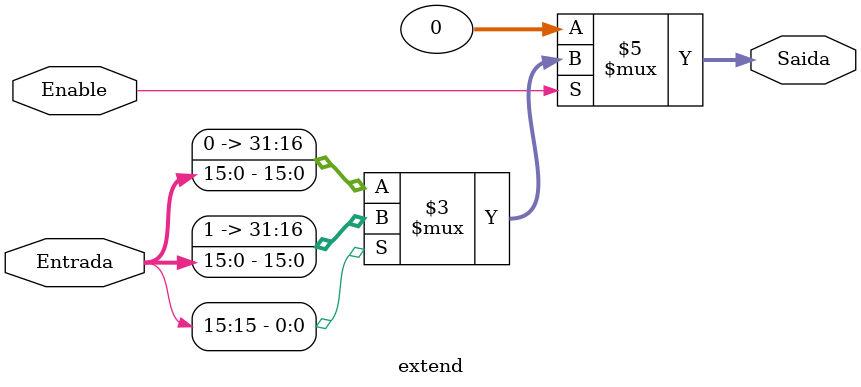
<source format=v>
module extend (
	input  [15:0] Entrada,
	output reg [31:0] Saida,
	input Enable
);

	always @(*)begin
		Saida <= 32'd0;
		if(Enable) begin
			if(Entrada[15])begin
				Saida <= {16'd65535,Entrada[15:0]};//Preenche os 16 MSB com 1's
			end
			else begin
				Saida <= {16'd0,Entrada[15:0]};//Preenche os 16 MSB com 0's
			end
		end
	end
	
endmodule	
</source>
